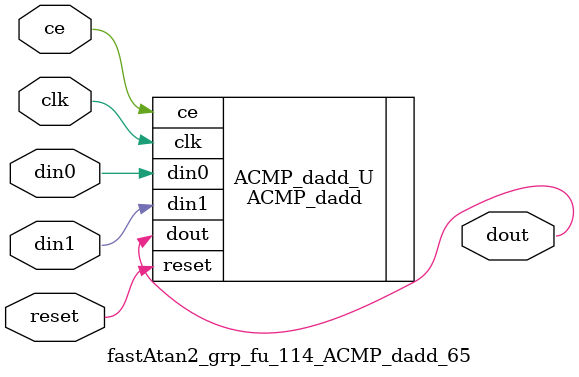
<source format=v>

`timescale 1 ns / 1 ps
module fastAtan2_grp_fu_114_ACMP_dadd_65(
    clk,
    reset,
    ce,
    din0,
    din1,
    dout);

parameter ID = 32'd1;
parameter NUM_STAGE = 32'd1;
parameter din0_WIDTH = 32'd1;
parameter din1_WIDTH = 32'd1;
parameter dout_WIDTH = 32'd1;
input clk;
input reset;
input ce;
input[din0_WIDTH - 1:0] din0;
input[din1_WIDTH - 1:0] din1;
output[dout_WIDTH - 1:0] dout;



ACMP_dadd #(
.ID( ID ),
.NUM_STAGE( 5 ),
.din0_WIDTH( din0_WIDTH ),
.din1_WIDTH( din1_WIDTH ),
.dout_WIDTH( dout_WIDTH ))
ACMP_dadd_U(
    .clk( clk ),
    .reset( reset ),
    .ce( ce ),
    .din0( din0 ),
    .din1( din1 ),
    .dout( dout ));

endmodule

</source>
